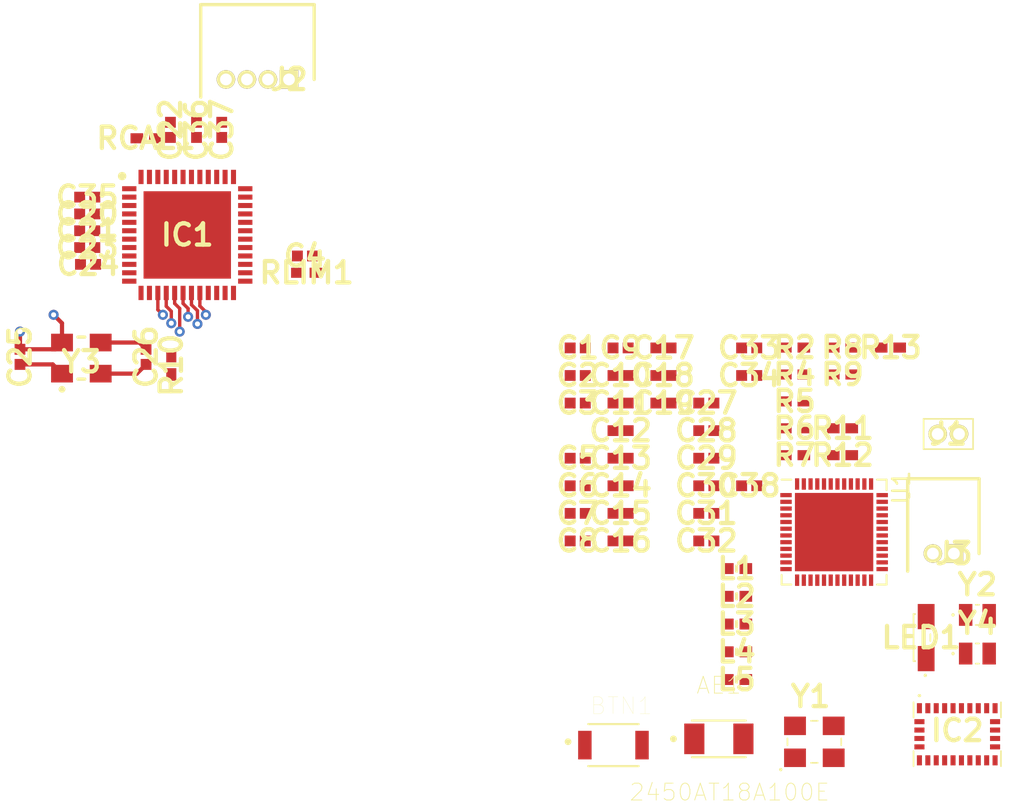
<source format=kicad_pcb>
(kicad_pcb (version 20241229) (generator "pcbnew") (generator_version "9.0")
  (layers (0 "F.Cu" signal) (4 "In1.Cu" power) (6 "In2.Cu" power) (2 "B.Cu" signal) (13 "F.Paste" user) (15 "B.Paste" user) (5 "F.SilkS" user) (7 "B.SilkS" user) (1 "F.Mask" user) (3 "B.Mask" user) (25 "Edge.Cuts" user))
  (net 0 "")
  (net 1 "Net-(AE1-Pad1)")
  (net 2 "AGND")
  (net 3 "HSE1")
  (net 4 "HSE2")
  (net 5 "LSE1")
  (net 6 "LSE2")
  (net 7 "SWDIO")
  (net 8 "SWDCLK")
  (net 9 "Net-(U1-P0.21{slash}~{RESET})")
  (net 10 "Net-(IC1-AIN3{slash}BUF_VREF1V8)")
  (net 11 "Net-(C1-Pad2)")
  (net 12 "Net-(IC1-AIN2)")
  (net 13 "Net-(C2-Pad2)")
  (net 14 "Net-(IC1-AIN1)")
  (net 15 "Net-(C3-Pad2)")
  (net 16 "Net-(C4-Pad1)")
  (net 17 "Net-(C4-Pad2)")
  (net 18 "Net-(IC1-AIN4{slash}LPF0)")
  (net 19 "Net-(U1-ANT)")
  (net 20 "Net-(U1-DEC1)")
  (net 21 "Net-(U1-DEC4)")
  (net 22 "Net-(U1-DEC3)")
  (net 23 "Net-(IC1-VREF_1V8)")
  (net 24 "Net-(IC1-VREF_2V5)")
  (net 25 "AD_CS")
  (net 26 "AD_SCLK")
  (net 27 "AD_MOSI")
  (net 28 "AD_MISO")
  (net 29 "Net-(IC1-AVDD_REG)")
  (net 30 "Net-(IC1-VBIAS_CAP)")
  (net 31 "Net-(IC1-VBIAS0)")
  (net 32 "Net-(IC1-VZERO0)")
  (net 33 "Net-(IC1-XTALI)")
  (net 34 "Net-(IC1-XTALO)")
  (net 35 "Net-(IC2-CAP)")
  (net 36 "Net-(U1-NFC2{slash}P0.10)")
  (net 37 "Net-(IC1-RC0_0)")
  (net 38 "Net-(IC1-RC0_1)")
  (net 39 "Net-(IC1-DVDD_REG_1V8)")
  (net 42 "Net-(L2-Pad2)")
  (net 44 "AVDD")
  (net 47 "Net-(IC1-RCAL1)")
  (net 49 "Net-(IC1-CE0)")
  (net 55 "Net-(IC1-RCAL0)")
  (net 60 "Net-(IC2-PS0)")
  (net 66 "XIN_IMU")
  (net 67 "XOUT_IMU")
  (net 68 "RESET_AD")
  (net 69 "RESET_IMU")
  (net 70 "INT_IMU")
  (net 71 "SCL_IMU")
  (net 72 "SDA_IMU")
  (net 73 "Net-(IC2-PS1)")
  (net 74 "Net-(IC2-COM3)")
  (net 75 "Net-(C33-Pad1)")
  (net 76 "Net-(C33-Pad2)")
  (net 79 "Net-(U1-DCC)")
  (net 80 "Net-(LED1-A)")
  (net 81 "Net-(U1-P0.26)")
  (net 99 "AD_INT")
  (net 100 "AD_GPIO1")
  (footprint "Volum:C_0402" (layer "F.Cu") (at 79.175 114.81)
    (property "Reference" "C7" (at 0 0 0) (layer "F.SilkS") (effects (font (size 1.27 1.27) (thickness 0.254))))
    (property "Value" "12p" (hide yes))
    (pad "1" smd rect (at -0.45 0 90) (size 0.64 0.65) (layers "F.Cu" "F.Mask" "F.Paste") (net 4 "HSE2"))
    (pad "2" smd rect (at 0.45 0 90) (size 0.64 0.65) (layers "F.Cu" "F.Mask" "F.Paste") (net 2 "AGND"))
  )
  (footprint "Volum:C_0402" (layer "F.Cu") (at 89.375 106.61)
    (property "Reference" "C34" (at 0 0 0) (layer "F.SilkS") (effects (font (size 1.27 1.27) (thickness 0.254))))
    (property "Value" "10n" (hide yes))
    (pad "1" smd rect (at -0.45 0 90) (size 0.64 0.65) (layers "F.Cu" "F.Mask" "F.Paste") (net 36 "Net-(U1-NFC2{slash}P0.10)"))
    (pad "2" smd rect (at 0.45 0 90) (size 0.64 0.65) (layers "F.Cu" "F.Mask" "F.Paste") (net 2 "AGND"))
  )
  (footprint "Volum:ECS32712512RCTR" (layer "F.Cu") (at 102.95 120.85)
    (property "Reference" "Y2" (at 0 -1.8 0) (layer "F.SilkS") (effects (font (size 1.27 1.27) (thickness 0.254))))
    (property "Value" "Crystal-2pin-32kHz" (hide yes))
    (pad "1" smd rect (at -0.7 0) (size 0.8 1.3) (layers "F.Cu" "F.Mask" "F.Paste") (net 66 "XIN_IMU"))
    (pad "2" smd rect (at 0.7 0) (size 0.8 1.3) (layers "F.Cu" "F.Mask" "F.Paste") (net 67 "XOUT_IMU"))
  )
  (footprint "Volum:C_0402" (layer "F.Cu") (at 81.725 108.25)
    (property "Reference" "C11" (at 0 0 0) (layer "F.SilkS") (effects (font (size 1.27 1.27) (thickness 0.254))))
    (property "Value" "100n" (hide yes))
    (pad "1" smd rect (at -0.45 0 90) (size 0.64 0.65) (layers "F.Cu" "F.Mask" "F.Paste") (net 44 "AVDD"))
    (pad "2" smd rect (at 0.45 0 90) (size 0.64 0.65) (layers "F.Cu" "F.Mask" "F.Paste") (net 2 "AGND"))
  )
  (footprint "Volum:SW_B3U-1000P" (layer "F.Cu") (at 81.3 128.595)
    (property "Reference" "BTN1" (at 0.475 -2.335 0) (layer "F.SilkS") (effects (font (thickness 0.015))))
    (property "Value" "B3U-1000P")
    (pad "1" smd rect (at -1.7 0) (size 0.8 1.7) (layers "F.Cu" "F.Mask" "F.Paste") (net 2 "AGND"))
    (pad "2" smd rect (at 1.7 0) (size 0.8 1.7) (layers "F.Cu" "F.Mask" "F.Paste") (net 9 "Net-(U1-P0.21{slash}~{RESET})"))
  )
  (footprint "Volum:C_0402" (layer "F.Cu") (at 89.375 113.17)
    (property "Reference" "C38" (at 0 0 0) (layer "F.SilkS") (effects (font (size 1.27 1.27) (thickness 0.254))))
    (property "Value" "470n" (hide yes))
    (pad "1" smd rect (at -0.45 0 90) (size 0.64 0.65) (layers "F.Cu" "F.Mask" "F.Paste") (net 39 "Net-(IC1-DVDD_REG_1V8)"))
    (pad "2" smd rect (at 0.45 0 90) (size 0.64 0.65) (layers "F.Cu" "F.Mask" "F.Paste") (net 2 "AGND"))
  )
  (footprint "Volum:VCDG1113F4BY3CTR" (layer "F.Cu") (at 100.15 122.2)
    (property "Reference" "LED1" (at -0.55 0 0) (layer "F.SilkS") (effects (font (size 1.27 1.27) (thickness 0.254))))
    (property "Value" "LEDGr_VCDG1113F-4BY3C-TR" (hide yes))
    (pad "1" smd rect (at -0.25 1.25) (size 1 1.5) (layers "F.Cu" "F.Mask" "F.Paste") (net 2 "AGND"))
    (pad "2" smd rect (at -0.25 -1.25) (size 1 1.5) (layers "F.Cu" "F.Mask" "F.Paste") (net 80 "Net-(LED1-A)"))
  )
  (footprint "Volum:C_0402" (layer "F.Cu") (at 79.175 108.25)
    (property "Reference" "C3" (at 0 0 0) (layer "F.SilkS") (effects (font (size 1.27 1.27) (thickness 0.254))))
    (property "Value" "470n" (hide yes))
    (pad "1" smd rect (at -0.45 0 90) (size 0.64 0.65) (layers "F.Cu" "F.Mask" "F.Paste") (net 14 "Net-(IC1-AIN1)"))
    (pad "2" smd rect (at 0.45 0 90) (size 0.64 0.65) (layers "F.Cu" "F.Mask" "F.Paste") (net 15 "Net-(C3-Pad2)"))
  )
  (footprint "Volum:C_0402" (layer "F.Cu") (at 50 98)
    (property "Reference" "C21" (at 0 0 0) (layer "F.SilkS") (effects (font (size 1.27 1.27) (thickness 0.254))))
    (property "Value" "470n" (hide yes))
    (pad "1" smd rect (at -0.45 0 90) (size 0.64 0.65) (layers "F.Cu" "F.Mask" "F.Paste") (net 29 "Net-(IC1-AVDD_REG)"))
    (pad "2" smd rect (at 0.45 0 90) (size 0.64 0.65) (layers "F.Cu" "F.Mask" "F.Paste") (net 2 "AGND"))
  )
  (footprint "Wearable:ABM810000MHZ12D2W" (layer "F.Cu") (at 49.65 105.575)
    (property "Reference" "Y3" (at 0 0.218 0) (layer "F.SilkS") (effects (font (size 1.27 1.27) (thickness 0.254))))
    (property "Value" "Crystal_16M-7pF" (hide yes))
    (pad "1" smd rect (at -1.15 0.925 90) (size 1.05 1.3) (layers "F.Cu" "F.Mask" "F.Paste") (net 33 "Net-(IC1-XTALI)"))
    (pad "2" smd rect (at 1.15 0.925 90) (size 1.05 1.3) (layers "F.Cu" "F.Mask" "F.Paste") (net 2 "AGND"))
    (pad "3" smd rect (at 1.15 -0.925 90) (size 1.05 1.3) (layers "F.Cu" "F.Mask" "F.Paste") (net 34 "Net-(IC1-XTALO)"))
    (pad "4" smd rect (at -1.15 -0.925 90) (size 1.05 1.3) (layers "F.Cu" "F.Mask" "F.Paste") (net 2 "AGND"))
  )
  (footprint "Volum:C_0402" (layer "F.Cu") (at 50 96)
    (property "Reference" "C35" (at 0 0 0) (layer "F.SilkS") (effects (font (size 1.27 1.27) (thickness 0.254))))
    (property "Value" "220p" (hide yes))
    (pad "1" smd rect (at -0.45 0 90) (size 0.64 0.65) (layers "F.Cu" "F.Mask" "F.Paste") (net 38 "Net-(IC1-RC0_1)"))
    (pad "2" smd rect (at 0.45 0 90) (size 0.64 0.65) (layers "F.Cu" "F.Mask" "F.Paste") (net 37 "Net-(IC1-RC0_0)"))
  )
  (footprint "Volum:R_0402" (layer "F.Cu") (at 92.075 106.55)
    (property "Reference" "R4" (at 0 0 0) (layer "F.SilkS") (effects (font (size 1.27 1.27) (thickness 0.254))))
    (property "Value" "10k" (hide yes))
    (pad "1" smd rect (at -0.55 0 90) (size 0.6 0.75) (layers "F.Cu" "F.Mask" "F.Paste") (net 2 "AGND"))
    (pad "2" smd rect (at 0.55 0 90) (size 0.6 0.75) (layers "F.Cu" "F.Mask" "F.Paste") (net 73 "Net-(IC2-PS1)"))
  )
  (footprint "Volum:C_0402" (layer "F.Cu") (at 58 92 -90)
    (property "Reference" "C37" (at 0 0 90) (layer "F.SilkS") (effects (font (size 1.27 1.27) (thickness 0.254))))
    (property "Value" "100n" (hide yes))
    (pad "1" smd rect (at -0.45 0) (size 0.64 0.65) (layers "F.Cu" "F.Mask" "F.Paste") (net 44 "AVDD"))
    (pad "2" smd rect (at 0.45 0) (size 0.64 0.65) (layers "F.Cu" "F.Mask" "F.Paste") (net 2 "AGND"))
  )
  (footprint "Volum:C_0402" (layer "F.Cu") (at 81.725 113.17)
    (property "Reference" "C14" (at 0 0 0) (layer "F.SilkS") (effects (font (size 1.27 1.27) (thickness 0.254))))
    (property "Value" "100n" (hide yes))
    (pad "1" smd rect (at -0.45 0 90) (size 0.64 0.65) (layers "F.Cu" "F.Mask" "F.Paste") (net 20 "Net-(U1-DEC1)"))
    (pad "2" smd rect (at 0.45 0 90) (size 0.64 0.65) (layers "F.Cu" "F.Mask" "F.Paste") (net 2 "AGND"))
  )
  (footprint "Volum:C_0402" (layer "F.Cu") (at 81.725 111.53)
    (property "Reference" "C13" (at 0 0 0) (layer "F.SilkS") (effects (font (size 1.27 1.27) (thickness 0.254))))
    (property "Value" "100n" (hide yes))
    (pad "1" smd rect (at -0.45 0 90) (size 0.64 0.65) (layers "F.Cu" "F.Mask" "F.Paste") (net 44 "AVDD"))
    (pad "2" smd rect (at 0.45 0 90) (size 0.64 0.65) (layers "F.Cu" "F.Mask" "F.Paste") (net 2 "AGND"))
  )
  (footprint "Volum:C_0402" (layer "F.Cu") (at 50.05 100)
    (property "Reference" "C24" (at 0 0 0) (layer "F.SilkS") (effects (font (size 1.27 1.27) (thickness 0.254))))
    (property "Value" "1u" (hide yes))
    (pad "1" smd rect (at -0.45 0 90) (size 0.64 0.65) (layers "F.Cu" "F.Mask" "F.Paste") (net 32 "Net-(IC1-VZERO0)"))
    (pad "2" smd rect (at 0.45 0 90) (size 0.64 0.65) (layers "F.Cu" "F.Mask" "F.Paste") (net 2 "AGND"))
  )
  (footprint "Volum:C_0402" (layer "F.Cu") (at 84.275 106.61)
    (property "Reference" "C18" (at 0 0 0) (layer "F.SilkS") (effects (font (size 1.27 1.27) (thickness 0.254))))
    (property "Value" "4.7u" (hide yes))
    (pad "1" smd rect (at -0.45 0 90) (size 0.64 0.65) (layers "F.Cu" "F.Mask" "F.Paste") (net 23 "Net-(IC1-VREF_1V8)"))
    (pad "2" smd rect (at 0.45 0 90) (size 0.64 0.65) (layers "F.Cu" "F.Mask" "F.Paste") (net 2 "AGND"))
  )
  (footprint "Volum:R_0402" (layer "F.Cu") (at 92.075 104.95)
    (property "Reference" "R2" (at 0 0 0) (layer "F.SilkS") (effects (font (size 1.27 1.27) (thickness 0.254))))
    (property "Value" "10k" (hide yes))
    (pad "1" smd rect (at -0.55 0 90) (size 0.6 0.75) (layers "F.Cu" "F.Mask" "F.Paste") (net 44 "AVDD"))
    (pad "2" smd rect (at 0.55 0 90) (size 0.6 0.75) (layers "F.Cu" "F.Mask" "F.Paste") (net 9 "Net-(U1-P0.21{slash}~{RESET})"))
  )
  (footprint "Volum:R_0402" (layer "F.Cu") (at 53.5 92.5)
    (property "Reference" "RCAL1" (at 0 0 0) (layer "F.SilkS") (effects (font (size 1.27 1.27) (thickness 0.254))))
    (property "Value" "200" (hide yes))
    (pad "1" smd rect (at -0.55 0 90) (size 0.6 0.75) (layers "F.Cu" "F.Mask" "F.Paste") (net 55 "Net-(IC1-RCAL0)"))
    (pad "2" smd rect (at 0.55 0 90) (size 0.6 0.75) (layers "F.Cu" "F.Mask" "F.Paste") (net 47 "Net-(IC1-RCAL1)"))
  )
  (footprint "Volum:C_0402" (layer "F.Cu") (at 81.725 114.81)
    (property "Reference" "C15" (at 0 0 0) (layer "F.SilkS") (effects (font (size 1.27 1.27) (thickness 0.254))))
    (property "Value" "1u" (hide yes))
    (pad "1" smd rect (at -0.45 0 90) (size 0.64 0.65) (layers "F.Cu" "F.Mask" "F.Paste") (net 21 "Net-(U1-DEC4)"))
    (pad "2" smd rect (at 0.45 0 90) (size 0.64 0.65) (layers "F.Cu" "F.Mask" "F.Paste") (net 2 "AGND"))
  )
  (footprint "Volum:L_0402" (layer "F.Cu") (at 88.625 121.395)
    (property "Reference" "L3" (at 0 0 0) (layer "F.SilkS") (effects (font (size 1.27 1.27) (thickness 0.254))))
    (property "Value" "10u" (hide yes))
    (pad "1" smd rect (at -0.55 0 90) (size 0.65 0.75) (layers "F.Cu" "F.Mask" "F.Paste") (net 42 "Net-(L2-Pad2)"))
    (pad "2" smd rect (at 0.55 0 90) (size 0.65 0.75) (layers "F.Cu" "F.Mask" "F.Paste") (net 79 "Net-(U1-DCC)"))
  )
  (footprint "Volum:C_0402" (layer "F.Cu") (at 54.95 92 -90)
    (property "Reference" "C22" (at 0 0 90) (layer "F.SilkS") (effects (font (size 1.27 1.27) (thickness 0.254))))
    (property "Value" "470n" (hide yes))
    (pad "1" smd rect (at -0.45 0) (size 0.64 0.65) (layers "F.Cu" "F.Mask" "F.Paste") (net 2 "AGND"))
    (pad "2" smd rect (at 0.45 0) (size 0.64 0.65) (layers "F.Cu" "F.Mask" "F.Paste") (net 30 "Net-(IC1-VBIAS_CAP)"))
  )
  (footprint "Volum:C_0402" (layer "F.Cu") (at 79.175 104.97)
    (property "Reference" "C1" (at 0 0 0) (layer "F.SilkS") (effects (font (size 1.27 1.27) (thickness 0.254))))
    (property "Value" "470n" (hide yes))
    (pad "1" smd rect (at -0.45 0 90) (size 0.64 0.65) (layers "F.Cu" "F.Mask" "F.Paste") (net 10 "Net-(IC1-AIN3{slash}BUF_VREF1V8)"))
    (pad "2" smd rect (at 0.45 0 90) (size 0.64 0.65) (layers "F.Cu" "F.Mask" "F.Paste") (net 11 "Net-(C1-Pad2)"))
  )
  (footprint "Volum:C_0402" (layer "F.Cu") (at 89.375 104.97)
    (property "Reference" "C33" (at 0 0 0) (layer "F.SilkS") (effects (font (size 1.27 1.27) (thickness 0.254))))
    (property "Value" "2.2p" (hide yes))
    (pad "1" smd rect (at -0.45 0 90) (size 0.64 0.65) (layers "F.Cu" "F.Mask" "F.Paste") (net 75 "Net-(C33-Pad1)"))
    (pad "2" smd rect (at 0.45 0 90) (size 0.64 0.65) (layers "F.Cu" "F.Mask" "F.Paste") (net 76 "Net-(C33-Pad2)"))
  )
  (footprint "Volum:C_0402" (layer "F.Cu") (at 86.825 113.17)
    (property "Reference" "C30" (at 0 0 0) (layer "F.SilkS") (effects (font (size 1.27 1.27) (thickness 0.254))))
    (property "Value" "12p" (hide yes))
    (pad "1" smd rect (at -0.45 0 90) (size 0.64 0.65) (layers "F.Cu" "F.Mask" "F.Paste") (net 67 "XOUT_IMU"))
    (pad "2" smd rect (at 0.45 0 90) (size 0.64 0.65) (layers "F.Cu" "F.Mask" "F.Paste") (net 2 "AGND"))
  )
  (footprint "Volum:C_0402" (layer "F.Cu") (at 79.175 113.17)
    (property "Reference" "C6" (at 0 0 0) (layer "F.SilkS") (effects (font (size 1.27 1.27) (thickness 0.254))))
    (property "Value" "12p" (hide yes))
    (pad "1" smd rect (at -0.45 0 90) (size 0.64 0.65) (layers "F.Cu" "F.Mask" "F.Paste") (net 3 "HSE1"))
    (pad "2" smd rect (at 0.45 0 90) (size 0.64 0.65) (layers "F.Cu" "F.Mask" "F.Paste") (net 2 "AGND"))
  )
  (footprint "Volum:L_0402" (layer "F.Cu") (at 88.625 118.095)
    (property "Reference" "L1" (at 0 0 0) (layer "F.SilkS") (effects (font (size 1.27 1.27) (thickness 0.254))))
    (property "Value" "3.9n" (hide yes))
    (pad "1" smd rect (at -0.55 0 90) (size 0.65 0.75) (layers "F.Cu" "F.Mask" "F.Paste") (net 75 "Net-(C33-Pad1)"))
    (pad "2" smd rect (at 0.55 0 90) (size 0.65 0.75) (layers "F.Cu" "F.Mask" "F.Paste") (net 19 "Net-(U1-ANT)"))
  )
  (footprint "Volum:C_0402" (layer "F.Cu") (at 86.825 116.45)
    (property "Reference" "C32" (at 0 0 0) (layer "F.SilkS") (effects (font (size 1.27 1.27) (thickness 0.254))))
    (property "Value" "100n" (hide yes))
    (pad "1" smd rect (at -0.45 0 90) (size 0.64 0.65) (layers "F.Cu" "F.Mask" "F.Paste") (net 44 "AVDD"))
    (pad "2" smd rect (at 0.45 0 90) (size 0.64 0.65) (layers "F.Cu" "F.Mask" "F.Paste") (net 2 "AGND"))
  )
  (footprint "Volum:C_0402" (layer "F.Cu") (at 53.5 105.5 -90)
    (property "Reference" "C26" (at 0 0 90) (layer "F.SilkS") (effects (font (size 1.27 1.27) (thickness 0.254))))
    (property "Value" "6.8p" (hide yes))
    (pad "1" smd rect (at -0.45 0) (size 0.64 0.65) (layers "F.Cu" "F.Mask" "F.Paste") (net 34 "Net-(IC1-XTALO)"))
    (pad "2" smd rect (at 0.45 0) (size 0.64 0.65) (layers "F.Cu" "F.Mask" "F.Paste") (net 2 "AGND"))
  )
  (footprint "Volum:C_0402" (layer "F.Cu") (at 81.725 109.89)
    (property "Reference" "C12" (at 0 0 0) (layer "F.SilkS") (effects (font (size 1.27 1.27) (thickness 0.254))))
    (property "Value" "0.8p" (hide yes))
    (pad "1" smd rect (at -0.45 0 90) (size 0.64 0.65) (layers "F.Cu" "F.Mask" "F.Paste") (net 19 "Net-(U1-ANT)"))
    (pad "2" smd rect (at 0.45 0 90) (size 0.64 0.65) (layers "F.Cu" "F.Mask" "F.Paste") (net 2 "AGND"))
  )
  (footprint "Volum:C_0402" (layer "F.Cu") (at 81.725 116.45)
    (property "Reference" "C16" (at 0 0 0) (layer "F.SilkS") (effects (font (size 1.27 1.27) (thickness 0.254))))
    (property "Value" "100p" (hide yes))
    (pad "1" smd rect (at -0.45 0 90) (size 0.64 0.65) (layers "F.Cu" "F.Mask" "F.Paste") (net 22 "Net-(U1-DEC3)"))
    (pad "2" smd rect (at 0.45 0 90) (size 0.64 0.65) (layers "F.Cu" "F.Mask" "F.Paste") (net 2 "AGND"))
  )
  (footprint "Volum:C_0402" (layer "F.Cu") (at 81.725 104.97)
    (property "Reference" "C9" (at 0 0 0) (layer "F.SilkS") (effects (font (size 1.27 1.27) (thickness 0.254))))
    (property "Value" "12p" (hide yes))
    (pad "1" smd rect (at -0.45 0 90) (size 0.64 0.65) (layers "F.Cu" "F.Mask" "F.Paste") (net 6 "LSE2"))
    (pad "2" smd rect (at 0.45 0 90) (size 0.64 0.65) (layers "F.Cu" "F.Mask" "F.Paste") (net 2 "AGND"))
  )
  (footprint "Volum:R_0402" (layer "F.Cu") (at 92.075 108.15)
    (property "Reference" "R5" (at 0 0 0) (layer "F.SilkS") (effects (font (size 1.27 1.27) (thickness 0.254))))
    (property "Value" "10k" (hide yes))
    (pad "1" smd rect (at -0.55 0 90) (size 0.6 0.75) (layers "F.Cu" "F.Mask" "F.Paste") (net 2 "AGND"))
    (pad "2" smd rect (at 0.55 0 90) (size 0.6 0.75) (layers "F.Cu" "F.Mask" "F.Paste") (net 60 "Net-(IC2-PS0)"))
  )
  (footprint "Volum:QFN-48-1EP_6x6mm_Pitch0.4mm" (layer "F.Cu") (at 94.425 115.925)
    (property "Reference" "U1" (at 4 -2.65 90) (layer "F.SilkS"))
    (property "Value" "nRF52832-QFAA-MCU_Nordic")
    (pad "1" smd rect (at -2.86 -2.2) (size 0.68 0.25) (layers "F.Cu" "F.Mask" "F.Paste") (net 20 "Net-(U1-DEC1)"))
    (pad "2" smd rect (at -2.86 -1.8) (size 0.68 0.25) (layers "F.Cu" "F.Mask" "F.Paste") (net 5 "LSE1"))
    (pad "3" smd rect (at -2.86 -1.4) (size 0.68 0.25) (layers "F.Cu" "F.Mask" "F.Paste") (net 6 "LSE2"))
    (pad "4" smd rect (at -2.86 -1) (size 0.68 0.25) (layers "F.Cu" "F.Mask" "F.Paste") (net 68 "RESET_AD"))
    (pad "5" smd rect (at -2.86 -0.6) (size 0.68 0.25) (layers "F.Cu" "F.Mask" "F.Paste") (net 100 "AD_GPIO1"))
    (pad "6" smd rect (at -2.86 -0.2) (size 0.68 0.25) (layers "F.Cu" "F.Mask" "F.Paste") (net 99 "AD_INT"))
    (pad "7" smd rect (at -2.86 0.2) (size 0.68 0.25) (layers "F.Cu" "F.Mask" "F.Paste") (net 28 "AD_MISO"))
    (pad "8" smd rect (at -2.86 0.6) (size 0.68 0.25) (layers "F.Cu" "F.Mask" "F.Paste") (net 27 "AD_MOSI"))
    (pad "9" smd rect (at -2.86 1) (size 0.68 0.25) (layers "F.Cu" "F.Mask" "F.Paste"))
    (pad "10" smd rect (at -2.86 1.4) (size 0.68 0.25) (layers "F.Cu" "F.Mask" "F.Paste") (net 26 "AD_SCLK"))
    (pad "11" smd rect (at -2.86 1.8) (size 0.68 0.25) (layers "F.Cu" "F.Mask" "F.Paste") (net 25 "AD_CS"))
    (pad "12" smd rect (at -2.86 2.2) (size 0.68 0.25) (layers "F.Cu" "F.Mask" "F.Paste") (net 36 "Net-(U1-NFC2{slash}P0.10)"))
    (pad "13" smd rect (at -2.2 2.86) (size 0.25 0.68) (layers "F.Cu" "F.Mask" "F.Paste") (net 44 "AVDD"))
    (pad "14" smd rect (at -1.8 2.86) (size 0.25 0.68) (layers "F.Cu" "F.Mask" "F.Paste"))
    (pad "15" smd rect (at -1.4 2.86) (size 0.25 0.68) (layers "F.Cu" "F.Mask" "F.Paste"))
    (pad "16" smd rect (at -1 2.86) (size 0.25 0.68) (layers "F.Cu" "F.Mask" "F.Paste") (net 72 "SDA_IMU"))
    (pad "17" smd rect (at -0.6 2.86) (size 0.25 0.68) (layers "F.Cu" "F.Mask" "F.Paste") (net 71 "SCL_IMU"))
    (pad "18" smd rect (at -0.2 2.86) (size 0.25 0.68) (layers "F.Cu" "F.Mask" "F.Paste"))
    (pad "19" smd rect (at 0.2 2.86) (size 0.25 0.68) (layers "F.Cu" "F.Mask" "F.Paste"))
    (pad "20" smd rect (at 0.6 2.86) (size 0.25 0.68) (layers "F.Cu" "F.Mask" "F.Paste") (net 70 "INT_IMU"))
    (pad "21" smd rect (at 1 2.86) (size 0.25 0.68) (layers "F.Cu" "F.Mask" "F.Paste") (net 69 "RESET_IMU"))
    (pad "22" smd rect (at 1.4 2.86) (size 0.25 0.68) (layers "F.Cu" "F.Mask" "F.Paste"))
    (pad "23" smd rect (at 1.8 2.86) (size 0.25 0.68) (layers "F.Cu" "F.Mask" "F.Paste"))
    (pad "24" smd rect (at 2.2 2.86) (size 0.25 0.68) (layers "F.Cu" "F.Mask" "F.Paste") (net 9 "Net-(U1-P0.21{slash}~{RESET})"))
    (pad "25" smd rect (at 2.86 2.2) (size 0.68 0.25) (layers "F.Cu" "F.Mask" "F.Paste") (net 8 "SWDCLK"))
    (pad "26" smd rect (at 2.86 1.8) (size 0.68 0.25) (layers "F.Cu" "F.Mask" "F.Paste") (net 7 "SWDIO"))
    (pad "27" smd rect (at 2.86 1.4) (size 0.68 0.25) (layers "F.Cu" "F.Mask" "F.Paste"))
    (pad "28" smd rect (at 2.86 1) (size 0.68 0.25) (layers "F.Cu" "F.Mask" "F.Paste"))
    (pad "29" smd rect (at 2.86 0.6) (size 0.68 0.25) (layers "F.Cu" "F.Mask" "F.Paste"))
    (pad "30" smd rect (at 2.86 0.2) (size 0.68 0.25) (layers "F.Cu" "F.Mask" "F.Paste") (net 19 "Net-(U1-ANT)"))
    (pad "31" smd rect (at 2.86 -0.2) (size 0.68 0.25) (layers "F.Cu" "F.Mask" "F.Paste") (net 2 "AGND"))
    (pad "32" smd rect (at 2.86 -0.6) (size 0.68 0.25) (layers "F.Cu" "F.Mask" "F.Paste"))
    (pad "33" smd rect (at 2.86 -1) (size 0.68 0.25) (layers "F.Cu" "F.Mask" "F.Paste") (net 22 "Net-(U1-DEC3)"))
    (pad "34" smd rect (at 2.86 -1.4) (size 0.68 0.25) (layers "F.Cu" "F.Mask" "F.Paste") (net 3 "HSE1"))
    (pad "35" smd rect (at 2.86 -1.8) (size 0.68 0.25) (layers "F.Cu" "F.Mask" "F.Paste") (net 4 "HSE2"))
    (pad "36" smd rect (at 2.86 -2.2) (size 0.68 0.25) (layers "F.Cu" "F.Mask" "F.Paste") (net 44 "AVDD"))
    (pad "37" smd rect (at 2.2 -2.86) (size 0.25 0.68) (layers "F.Cu" "F.Mask" "F.Paste"))
    (pad "38" smd rect (at 1.8 -2.86) (size 0.25 0.68) (layers "F.Cu" "F.Mask" "F.Paste") (net 81 "Net-(U1-P0.26)"))
    (pad "39" smd rect (at 1.4 -2.86) (size 0.25 0.68) (layers "F.Cu" "F.Mask" "F.Paste"))
    (pad "40" smd rect (at 1 -2.86) (size 0.25 0.68) (layers "F.Cu" "F.Mask" "F.Paste"))
    (pad "41" smd rect (at 0.6 -2.86) (size 0.25 0.68) (layers "F.Cu" "F.Mask" "F.Paste"))
    (pad "42" smd rect (at 0.2 -2.86) (size 0.25 0.68) (layers "F.Cu" "F.Mask" "F.Paste"))
    (pad "43" smd rect (at -0.2 -2.86) (size 0.25 0.68) (layers "F.Cu" "F.Mask" "F.Paste"))
    (pad "44" smd rect (at -0.6 -2.86) (size 0.25 0.68) (layers "F.Cu" "F.Mask" "F.Paste"))
    (pad "45" smd rect (at -1 -2.86) (size 0.25 0.68) (layers "F.Cu" "F.Mask" "F.Paste") (net 2 "AGND"))
    (pad "46" smd rect (at -1.4 -2.86) (size 0.25 0.68) (layers "F.Cu" "F.Mask" "F.Paste") (net 21 "Net-(U1-DEC4)"))
    (pad "47" smd rect (at -1.8 -2.86) (size 0.25 0.68) (layers "F.Cu" "F.Mask" "F.Paste") (net 79 "Net-(U1-DCC)"))
    (pad "48" smd rect (at -2.2 -2.86) (size 0.25 0.68) (layers "F.Cu" "F.Mask" "F.Paste") (net 44 "AVDD"))
    (pad "49" smd rect (at 0 0) (size 4.66 4.66) (layers "F.Cu" "F.Mask") (net 2 "AGND"))
  )
  (footprint "Volum:R_0402" (layer "F.Cu") (at 92.075 111.35)
    (property "Reference" "R7" (at 0 0 0) (layer "F.SilkS") (effects (font (size 1.27 1.27) (thickness 0.254))))
    (property "Value" "10k" (hide yes))
    (pad "1" smd rect (at -0.55 0 90) (size 0.6 0.75) (layers "F.Cu" "F.Mask" "F.Paste") (net 44 "AVDD"))
    (pad "2" smd rect (at 0.55 0 90) (size 0.6 0.75) (layers "F.Cu" "F.Mask" "F.Paste") (net 72 "SDA_IMU"))
  )
  (footprint "Volum:C_0402" (layer "F.Cu") (at 50 99)
    (property "Reference" "C23" (at 0 0 0) (layer "F.SilkS") (effects (font (size 1.27 1.27) (thickness 0.254))))
    (property "Value" "100n" (hide yes))
    (pad "1" smd rect (at -0.45 0 90) (size 0.64 0.65) (layers "F.Cu" "F.Mask" "F.Paste") (net 31 "Net-(IC1-VBIAS0)"))
    (pad "2" smd rect (at 0.45 0 90) (size 0.64 0.65) (layers "F.Cu" "F.Mask" "F.Paste") (net 2 "AGND"))
  )
  (footprint "Volum:L_0402" (layer "F.Cu") (at 88.625 123.045)
    (property "Reference" "L4" (at 0 0 0) (layer "F.SilkS") (effects (font (size 1.27 1.27) (thickness 0.254))))
    (property "Value" "3.9n" (hide yes))
    (pad "1" smd rect (at -0.55 0 90) (size 0.65 0.75) (layers "F.Cu" "F.Mask" "F.Paste") (net 1 "Net-(AE1-Pad1)"))
    (pad "2" smd rect (at 0.55 0 90) (size 0.65 0.75) (layers "F.Cu" "F.Mask" "F.Paste") (net 76 "Net-(C33-Pad2)"))
  )
  (footprint "Volum:ECS320833B7KMTR" (layer "F.Cu") (at 93.25 128.4)
    (property "Reference" "Y1" (at -0.225 -2.7 0) (layer "F.SilkS") (effects (font (size 1.27 1.27) (thickness 0.254))))
    (property "Value" "Crystal_32MHz" (hide yes))
    (pad "1" smd rect (at -1.15 0.95 90) (size 1.1 1.3) (layers "F.Cu" "F.Mask" "F.Paste") (net 3 "HSE1"))
    (pad "2" smd rect (at 1.15 0.95 90) (size 1.1 1.3) (layers "F.Cu" "F.Mask" "F.Paste") (net 2 "AGND"))
    (pad "3" smd rect (at 1.15 -0.95 90) (size 1.1 1.3) (layers "F.Cu" "F.Mask" "F.Paste") (net 4 "HSE2"))
    (pad "4" smd rect (at -1.15 -0.95 90) (size 1.1 1.3) (layers "F.Cu" "F.Mask" "F.Paste") (net 2 "AGND"))
  )
  (footprint "Volum:SHDRRA2W35P0X125_1X2_425X550X350P" (layer "F.Cu") (at 101.55 117.2)
    (property "Reference" "J3" (at 0 0 0) (layer "F.SilkS") (effects (font (size 1.27 1.27) (thickness 0.254))))
    (property "Value" "53048-0210" (hide yes))
    (pad "1" thru_hole rect (at 0 0 90) (size 1.1 1.1) (drill 0.7) (layers "*.Cu" "*.Mask" "F.SilkS") (net 2 "AGND"))
    (pad "2" thru_hole circle (at -1.25 0 90) (size 1.1 1.1) (drill 0.7) (layers "*.Cu" "*.Mask" "F.SilkS") (net 44 "AVDD"))
  )
  (footprint "Volum:C_0402" (layer "F.Cu") (at 86.825 108.25)
    (property "Reference" "C27" (at 0 0 0) (layer "F.SilkS") (effects (font (size 1.27 1.27) (thickness 0.254))))
    (property "Value" "100n" (hide yes))
    (pad "1" smd rect (at -0.45 0 90) (size 0.64 0.65) (layers "F.Cu" "F.Mask" "F.Paste") (net 44 "AVDD"))
    (pad "2" smd rect (at 0.45 0 90) (size 0.64 0.65) (layers "F.Cu" "F.Mask" "F.Paste") (net 2 "AGND"))
  )
  (footprint "Volum:C_0402" (layer "F.Cu") (at 86.825 109.89)
    (property "Reference" "C28" (at 0 0 0) (layer "F.SilkS") (effects (font (size 1.27 1.27) (thickness 0.254))))
    (property "Value" "100n" (hide yes))
    (pad "1" smd rect (at -0.45 0 90) (size 0.64 0.65) (layers "F.Cu" "F.Mask" "F.Paste") (net 35 "Net-(IC2-CAP)"))
    (pad "2" smd rect (at 0.45 0 90) (size 0.64 0.65) (layers "F.Cu" "F.Mask" "F.Paste") (net 2 "AGND"))
  )
  (footprint "Volum:C_0402" (layer "F.Cu") (at 86.825 111.53)
    (property "Reference" "C29" (at 0 0 0) (layer "F.SilkS") (effects (font (size 1.27 1.27) (thickness 0.254))))
    (property "Value" "12p" (hide yes))
    (pad "1" smd rect (at -0.45 0 90) (size 0.64 0.65) (layers "F.Cu" "F.Mask" "F.Paste") (net 66 "XIN_IMU"))
    (pad "2" smd rect (at 0.45 0 90) (size 0.64 0.65) (layers "F.Cu" "F.Mask" "F.Paste") (net 2 "AGND"))
  )
  (footprint "Volum:C_0402" (layer "F.Cu") (at 84.275 108.25)
    (property "Reference" "C19" (at 0 0 0) (layer "F.SilkS") (effects (font (size 1.27 1.27) (thickness 0.254))))
    (property "Value" "100n" (hide yes))
    (pad "1" smd rect (at -0.45 0 90) (size 0.64 0.65) (layers "F.Cu" "F.Mask" "F.Paste") (net 44 "AVDD"))
    (pad "2" smd rect (at 0.45 0 90) (size 0.64 0.65) (layers "F.Cu" "F.Mask" "F.Paste") (net 2 "AGND"))
  )
  (footprint "Volum:Molex_PicoBlade_53048-0450" (layer "F.Cu") (at 62 89)
    (property "Reference" "J2" (at 0 0 0) (layer "F.SilkS") (effects (font (size 1.27 1.27) (thickness 0.254))))
    (property "Value" "53048-0450" (hide yes))
    (pad "1" thru_hole rect (at 0 0 90) (size 1.1 1.1) (drill 0.7) (layers "*.Cu" "*.Mask" "F.SilkS") (net 17 "Net-(C4-Pad2)"))
    (pad "2" thru_hole circle (at -1.25 0 90) (size 1.1 1.1) (drill 0.7) (layers "*.Cu" "*.Mask" "F.SilkS") (net 15 "Net-(C3-Pad2)"))
    (pad "3" thru_hole circle (at -2.5 0 90) (size 1.1 1.1) (drill 0.7) (layers "*.Cu" "*.Mask" "F.SilkS") (net 13 "Net-(C2-Pad2)"))
    (pad "4" thru_hole circle (at -3.75 0 90) (size 1.1 1.1) (drill 0.7) (layers "*.Cu" "*.Mask" "F.SilkS") (net 11 "Net-(C1-Pad2)"))
  )
  (footprint "Volum:C_0402" (layer "F.Cu") (at 79.175 116.45)
    (property "Reference" "C8" (at 0 0 0) (layer "F.SilkS") (effects (font (size 1.27 1.27) (thickness 0.254))))
    (property "Value" "12p" (hide yes))
    (pad "1" smd rect (at -0.45 0 90) (size 0.64 0.65) (layers "F.Cu" "F.Mask" "F.Paste") (net 5 "LSE1"))
    (pad "2" smd rect (at 0.45 0 90) (size 0.64 0.65) (layers "F.Cu" "F.Mask" "F.Paste") (net 2 "AGND"))
  )
  (footprint "Volum:R_0402" (layer "F.Cu") (at 94.925 104.95)
    (property "Reference" "R8" (at 0 0 0) (layer "F.SilkS") (effects (font (size 1.27 1.27) (thickness 0.254))))
    (property "Value" "10k" (hide yes))
    (pad "1" smd rect (at -0.55 0 90) (size 0.6 0.75) (layers "F.Cu" "F.Mask" "F.Paste") (net 44 "AVDD"))
    (pad "2" smd rect (at 0.55 0 90) (size 0.6 0.75) (layers "F.Cu" "F.Mask" "F.Paste") (net 71 "SCL_IMU"))
  )
  (footprint "Volum:R_0402" (layer "F.Cu") (at 97.775 104.95)
    (property "Reference" "R13" (at 0 0 0) (layer "F.SilkS") (effects (font (size 1.27 1.27) (thickness 0.254))))
    (property "Value" "10M" (hide yes))
    (pad "1" smd rect (at -0.55 0 90) (size 0.6 0.75) (layers "F.Cu" "F.Mask" "F.Paste") (net 36 "Net-(U1-NFC2{slash}P0.10)"))
    (pad "2" smd rect (at 0.55 0 90) (size 0.6 0.75) (layers "F.Cu" "F.Mask" "F.Paste") (net 2 "AGND"))
  )
  (footprint "Volum:L_0402" (layer "F.Cu") (at 88.625 124.695)
    (property "Reference" "L5" (at 0 0 0) (layer "F.SilkS") (effects (font (size 1.27 1.27) (thickness 0.254))))
    (property "Value" "DNC" (hide yes))
    (pad "1" smd rect (at -0.55 0 90) (size 0.65 0.75) (layers "F.Cu" "F.Mask" "F.Paste") (net 76 "Net-(C33-Pad2)"))
    (pad "2" smd rect (at 0.55 0 90) (size 0.65 0.75) (layers "F.Cu" "F.Mask" "F.Paste") (net 2 "AGND"))
  )
  (footprint "Volum:BNO055" (layer "F.Cu") (at 101.75 127.95)
    (property "Reference" "IC2" (at 0 -0.225 0) (layer "F.SilkS") (effects (font (size 1.27 1.27) (thickness 0.254))))
    (property "Value" "BNO055" (hide yes))
    (pad "1" smd rect (at -2.25 -1.55) (size 0.3 0.6) (layers "F.Cu" "F.Mask" "F.Paste"))
    (pad "2" smd rect (at -2.25 -0.75 90) (size 0.3 0.6) (layers "F.Cu" "F.Mask" "F.Paste") (net 2 "AGND"))
    (pad "3" smd rect (at -2.25 -0.25 90) (size 0.3 0.6) (layers "F.Cu" "F.Mask" "F.Paste") (net 44 "AVDD"))
    (pad "4" smd rect (at -2.25 0.25 90) (size 0.3 0.6) (layers "F.Cu" "F.Mask" "F.Paste") (net 44 "AVDD"))
    (pad "5" smd rect (at -2.25 0.75 90) (size 0.3 0.6) (layers "F.Cu" "F.Mask" "F.Paste") (net 73 "Net-(IC2-PS1)"))
    (pad "6" smd rect (at -2.25 1.55) (size 0.3 0.6) (layers "F.Cu" "F.Mask" "F.Paste") (net 60 "Net-(IC2-PS0)"))
    (pad "7" smd rect (at -1.75 1.55) (size 0.3 0.6) (layers "F.Cu" "F.Mask" "F.Paste"))
    (pad "8" smd rect (at -1.25 1.55) (size 0.3 0.6) (layers "F.Cu" "F.Mask" "F.Paste"))
    (pad "9" smd rect (at -0.75 1.55) (size 0.3 0.6) (layers "F.Cu" "F.Mask" "F.Paste") (net 35 "Net-(IC2-CAP)"))
    (pad "10" smd rect (at -0.25 1.55) (size 0.3 0.6) (layers "F.Cu" "F.Mask" "F.Paste") (net 2 "AGND"))
    (pad "11" smd rect (at 0.25 1.55) (size 0.3 0.6) (layers "F.Cu" "F.Mask" "F.Paste") (net 69 "RESET_IMU"))
    (pad "12" smd rect (at 0.75 1.55) (size 0.3 0.6) (layers "F.Cu" "F.Mask" "F.Paste"))
    (pad "13" smd rect (at 1.25 1.55) (size 0.3 0.6) (layers "F.Cu" "F.Mask" "F.Paste"))
    (pad "14" smd rect (at 1.75 1.55) (size 0.3 0.6) (layers "F.Cu" "F.Mask" "F.Paste") (net 70 "INT_IMU"))
    (pad "15" smd rect (at 2.25 1.55) (size 0.3 0.6) (layers "F.Cu" "F.Mask" "F.Paste") (net 2 "AGND"))
    (pad "16" smd rect (at 2.25 0.75 90) (size 0.3 0.6) (layers "F.Cu" "F.Mask" "F.Paste") (net 2 "AGND"))
    (pad "17" smd rect (at 2.25 0.25 90) (size 0.3 0.6) (layers "F.Cu" "F.Mask" "F.Paste") (net 74 "Net-(IC2-COM3)"))
    (pad "18" smd rect (at 2.25 -0.25 90) (size 0.3 0.6) (layers "F.Cu" "F.Mask" "F.Paste") (net 2 "AGND"))
    (pad "19" smd rect (at 2.25 -0.75 90) (size 0.3 0.6) (layers "F.Cu" "F.Mask" "F.Paste") (net 71 "SCL_IMU"))
    (pad "20" smd rect (at 2.25 -1.55) (size 0.3 0.6) (layers "F.Cu" "F.Mask" "F.Paste") (net 72 "SDA_IMU"))
    (pad "21" smd rect (at 1.75 -1.55) (size 0.3 0.6) (layers "F.Cu" "F.Mask" "F.Paste"))
    (pad "22" smd rect (at 1.25 -1.55) (size 0.3 0.6) (layers "F.Cu" "F.Mask" "F.Paste"))
    (pad "23" smd rect (at 0.75 -1.55) (size 0.3 0.6) (layers "F.Cu" "F.Mask" "F.Paste"))
    (pad "24" smd rect (at 0.25 -1.55) (size 0.3 0.6) (layers "F.Cu" "F.Mask" "F.Paste"))
    (pad "25" smd rect (at -0.25 -1.55) (size 0.3 0.6) (layers "F.Cu" "F.Mask" "F.Paste") (net 2 "AGND"))
    (pad "26" smd rect (at -0.75 -1.55) (size 0.3 0.6) (layers "F.Cu" "F.Mask" "F.Paste") (net 67 "XOUT_IMU"))
    (pad "27" smd rect (at -1.25 -1.55) (size 0.3 0.6) (layers "F.Cu" "F.Mask" "F.Paste") (net 66 "XIN_IMU"))
    (pad "28" smd rect (at -1.75 -1.55) (size 0.3 0.6) (layers "F.Cu" "F.Mask" "F.Paste") (net 44 "AVDD"))
  )
  (footprint "Volum:C_0402" (layer "F.Cu") (at 56.5 92 -90)
    (property "Reference" "C36" (at 0 0 90) (layer "F.SilkS") (effects (font (size 1.27 1.27) (thickness 0.254))))
    (property "Value" "10u" (hide yes))
    (pad "1" smd rect (at -0.45 0) (size 0.64 0.65) (layers "F.Cu" "F.Mask" "F.Paste") (net 44 "AVDD"))
    (pad "2" smd rect (at 0.45 0) (size 0.64 0.65) (layers "F.Cu" "F.Mask" "F.Paste") (net 2 "AGND"))
  )
  (footprint "Volum:R_0402" (layer "F.Cu") (at 94.925 106.55)
    (property "Reference" "R9" (at 0 0 0) (layer "F.SilkS") (effects (font (size 1.27 1.27) (thickness 0.254))))
    (property "Value" "10k" (hide yes))
    (pad "1" smd rect (at -0.55 0 90) (size 0.6 0.75) (layers "F.Cu" "F.Mask" "F.Paste") (net 2 "AGND"))
    (pad "2" smd rect (at 0.55 0 90) (size 0.6 0.75) (layers "F.Cu" "F.Mask" "F.Paste") (net 74 "Net-(IC2-COM3)"))
  )
  (footprint "Volum:C_0402" (layer "F.Cu") (at 86.825 114.81)
    (property "Reference" "C31" (at 0 0 0) (layer "F.SilkS") (effects (font (size 1.27 1.27) (thickness 0.254))))
    (property "Value" "10u" (hide yes))
    (pad "1" smd rect (at -0.45 0 90) (size 0.64 0.65) (layers "F.Cu" "F.Mask" "F.Paste") (net 44 "AVDD"))
    (pad "2" smd rect (at 0.45 0 90) (size 0.64 0.65) (layers "F.Cu" "F.Mask" "F.Paste") (net 2 "AGND"))
  )
  (footprint "Wearable:QFN50P700X700X80-49N-D" (layer "F.Cu") (at 55.95 98.25)
    (property "Reference" "IC1" (at 0 0 0) (layer "F.SilkS") (effects (font (size 1.27 1.27) (thickness 0.254))))
    (property "Value" "AD5941BCPZ" (hide yes))
    (pad "1" smd rect (at -3.45 -2.75 90) (size 0.3 0.85) (layers "F.Cu" "F.Mask" "F.Paste"))
    (pad "2" smd rect (at -3.45 -2.25 90) (size 0.3 0.85) (layers "F.Cu" "F.Mask" "F.Paste") (net 38 "Net-(IC1-RC0_1)"))
    (pad "3" smd rect (at -3.45 -1.75 90) (size 0.3 0.85) (layers "F.Cu" "F.Mask" "F.Paste") (net 37 "Net-(IC1-RC0_0)"))
    (pad "4" smd rect (at -3.45 -1.25 90) (size 0.3 0.85) (layers "F.Cu" "F.Mask" "F.Paste") (net 24 "Net-(IC1-VREF_2V5)"))
    (pad "5" smd rect (at -3.45 -0.75 90) (size 0.3 0.85) (layers "F.Cu" "F.Mask" "F.Paste") (net 29 "Net-(IC1-AVDD_REG)"))
    (pad "6" smd rect (at -3.45 -0.25 90) (size 0.3 0.85) (layers "F.Cu" "F.Mask" "F.Paste") (net 44 "AVDD"))
    (pad "7" smd rect (at -3.45 0.25 90) (size 0.3 0.85) (layers "F.Cu" "F.Mask" "F.Paste"))
    (pad "8" smd rect (at -3.45 0.75 90) (size 0.3 0.85) (layers "F.Cu" "F.Mask" "F.Paste") (net 31 "Net-(IC1-VBIAS0)"))
    (pad "9" smd rect (at -3.45 1.25 90) (size 0.3 0.85) (layers "F.Cu" "F.Mask" "F.Paste") (net 32 "Net-(IC1-VZERO0)"))
    (pad "10" smd rect (at -3.45 1.75 90) (size 0.3 0.85) (layers "F.Cu" "F.Mask" "F.Paste"))
    (pad "11" smd rect (at -3.45 2.25 90) (size 0.3 0.85) (layers "F.Cu" "F.Mask" "F.Paste") (net 33 "Net-(IC1-XTALI)"))
    (pad "12" smd rect (at -3.45 2.75 90) (size 0.3 0.85) (layers "F.Cu" "F.Mask" "F.Paste") (net 34 "Net-(IC1-XTALO)"))
    (pad "13" smd rect (at -2.75 3.45) (size 0.3 0.85) (layers "F.Cu" "F.Mask" "F.Paste") (net 2 "AGND"))
    (pad "14" smd rect (at -2.25 3.45) (size 0.3 0.85) (layers "F.Cu" "F.Mask" "F.Paste") (net 39 "Net-(IC1-DVDD_REG_1V8)"))
    (pad "15" smd rect (at -1.75 3.45) (size 0.3 0.85) (layers "F.Cu" "F.Mask" "F.Paste") (net 25 "AD_CS"))
    (pad "16" smd rect (at -1.25 3.45) (size 0.3 0.85) (layers "F.Cu" "F.Mask" "F.Paste") (net 26 "AD_SCLK"))
    (pad "17" smd rect (at -0.75 3.45) (size 0.3 0.85) (layers "F.Cu" "F.Mask" "F.Paste") (net 27 "AD_MOSI"))
    (pad "18" smd rect (at -0.25 3.45) (size 0.3 0.85) (layers "F.Cu" "F.Mask" "F.Paste") (net 28 "AD_MISO"))
    (pad "19" smd rect (at 0.25 3.45) (size 0.3 0.85) (layers "F.Cu" "F.Mask" "F.Paste") (net 99 "AD_INT"))
    (pad "20" smd rect (at 0.75 3.45) (size 0.3 0.85) (layers "F.Cu" "F.Mask" "F.Paste") (net 100 "AD_GPIO1"))
    (pad "21" smd rect (at 1.25 3.45) (size 0.3 0.85) (layers "F.Cu" "F.Mask" "F.Paste"))
    (pad "22" smd rect (at 1.75 3.45) (size 0.3 0.85) (layers "F.Cu" "F.Mask" "F.Paste") (net 68 "RESET_AD"))
    (pad "23" smd rect (at 2.25 3.45) (size 0.3 0.85) (layers "F.Cu" "F.Mask" "F.Paste") (net 2 "AGND"))
    (pad "24" smd rect (at 2.75 3.45) (size 0.3 0.85) (layers "F.Cu" "F.Mask" "F.Paste"))
    (pad "25" smd rect (at 3.45 2.75 90) (size 0.3 0.85) (layers "F.Cu" "F.Mask" "F.Paste") (net 2 "AGND"))
    (pad "26" smd rect (at 3.45 2.25 90) (size 0.3 0.85) (layers "F.Cu" "F.Mask" "F.Paste") (net 44 "AVDD"))
    (pad "27" smd rect (at 3.45 1.75 90) (size 0.3 0.85) (layers "F.Cu" "F.Mask" "F.Paste"))
    (pad "28" smd rect (at 3.45 1.25 90) (size 0.3 0.85) (layers "F.Cu" "F.Mask" "F.Paste"))
    (pad "29" smd rect (at 3.45 0.75 90) (size 0.3 0.85) (layers "F.Cu" "F.Mask" "F.Paste") (net 2 "AGND"))
    (pad "30" smd rect (at 3.45 0.25 90) (size 0.3 0.85) (layers "F.Cu" "F.Mask" "F.Paste") (net 44 "AVDD"))
    (pad "31" smd rect (at 3.45 -0.25 90) (size 0.3 0.85) (layers "F.Cu" "F.Mask" "F.Paste") (net 30 "Net-(IC1-VBIAS_CAP)"))
    (pad "32" smd rect (at 3.45 -0.75 90) (size 0.3 0.85) (layers "F.Cu" "F.Mask" "F.Paste") (net 55 "Net-(IC1-RCAL0)"))
    (pad "33" smd rect (at 3.45 -1.25 90) (size 0.3 0.85) (layers "F.Cu" "F.Mask" "F.Paste") (net 47 "Net-(IC1-RCAL1)"))
    (pad "34" smd rect (at 3.45 -1.75 90) (size 0.3 0.85) (layers "F.Cu" "F.Mask" "F.Paste"))
    (pad "35" smd rect (at 3.45 -2.25 90) (size 0.3 0.85) (layers "F.Cu" "F.Mask" "F.Paste"))
    (pad "36" smd rect (at 3.45 -2.75 90) (size 0.3 0.85) (layers "F.Cu" "F.Mask" "F.Paste") (net 10 "Net-(IC1-AIN3{slash}BUF_VREF1V8)"))
    (pad "37" smd rect (at 2.75 -3.45) (size 0.3 0.85) (layers "F.Cu" "F.Mask" "F.Paste") (net 12 "Net-(IC1-AIN2)"))
    (pad "38" smd rect (at 2.25 -3.45) (size 0.3 0.85) (layers "F.Cu" "F.Mask" "F.Paste") (net 14 "Net-(IC1-AIN1)"))
    (pad "39" smd rect (at 1.75 -3.45) (size 0.3 0.85) (layers "F.Cu" "F.Mask" "F.Paste"))
    (pad "40" smd rect (at 1.25 -3.45) (size 0.3 0.85) (layers "F.Cu" "F.Mask" "F.Paste") (net 18 "Net-(IC1-AIN4{slash}LPF0)"))
    (pad "41" smd rect (at 0.75 -3.45) (size 0.3 0.85) (layers "F.Cu" "F.Mask" "F.Paste") (net 44 "AVDD"))
    (pad "42" smd rect (at 0.25 -3.45) (size 0.3 0.85) (layers "F.Cu" "F.Mask" "F.Paste") (net 2 "AGND"))
    (pad "43" smd rect (at -0.25 -3.45) (size 0.3 0.85) (layers "F.Cu" "F.Mask" "F.Paste") (net 23 "Net-(IC1-VREF_1V8)"))
    (pad "44" smd rect (at -0.75 -3.45) (size 0.3 0.85) (layers "F.Cu" "F.Mask" "F.Paste") (net 2 "AGND"))
    (pad "45" smd rect (at -1.25 -3.45) (size 0.3 0.85) (layers "F.Cu" "F.Mask" "F.Paste"))
    (pad "46" smd rect (at -1.75 -3.45) (size 0.3 0.85) (layers "F.Cu" "F.Mask" "F.Paste"))
    (pad "47" smd rect (at -2.25 -3.45) (size 0.3 0.85) (layers "F.Cu" "F.Mask" "F.Paste") (net 49 "Net-(IC1-CE0)"))
    (pad "48" smd rect (at -2.75 -3.45) (size 0.3 0.85) (layers "F.Cu" "F.Mask" "F.Paste"))
    (pad "49" smd rect (at 0 0) (size 5.2 5.2) (layers "F.Cu" "F.Mask" "F.Paste") (net 2 "AGND"))
  )
  (footprint "Volum:R_0402" (layer "F.Cu") (at 63.05 100.5)
    (property "Reference" "RLIM1" (at 0 0 0) (layer "F.SilkS") (effects (font (size 1.27 1.27) (thickness 0.254))))
    (property "Value" "1k" (hide yes))
    (pad "1" smd rect (at -0.55 0 90) (size 0.6 0.75) (layers "F.Cu" "F.Mask" "F.Paste") (net 49 "Net-(IC1-CE0)"))
    (pad "2" smd rect (at 0.55 0 90) (size 0.6 0.75) (layers "F.Cu" "F.Mask" "F.Paste") (net 16 "Net-(C4-Pad1)"))
  )
  (footprint "Volum:R_0402" (layer "F.Cu") (at 92.075 109.75)
    (property "Reference" "R6" (at 0 0 0) (layer "F.SilkS") (effects (font (size 1.27 1.27) (thickness 0.254))))
    (property "Value" "10k" (hide yes))
    (pad "1" smd rect (at -0.55 0 90) (size 0.6 0.75) (layers "F.Cu" "F.Mask" "F.Paste") (net 44 "AVDD"))
    (pad "2" smd rect (at 0.55 0 90) (size 0.6 0.75) (layers "F.Cu" "F.Mask" "F.Paste") (net 69 "RESET_IMU"))
  )
  (footprint "Volum:R_0402" (layer "F.Cu") (at 55 106 -90)
    (property "Reference" "R10" (at 0 0 90) (layer "F.SilkS") (effects (font (size 1.27 1.27) (thickness 0.254))))
    (property "Value" "10k" (hide yes))
    (pad "1" smd rect (at -0.55 0) (size 0.6 0.75) (layers "F.Cu" "F.Mask" "F.Paste") (net 44 "AVDD"))
    (pad "2" smd rect (at 0.55 0) (size 0.6 0.75) (layers "F.Cu" "F.Mask" "F.Paste") (net 68 "RESET_AD"))
  )
  (footprint "Volum:L_0402" (layer "F.Cu") (at 88.625 119.745)
    (property "Reference" "L2" (at 0 0 0) (layer "F.SilkS") (effects (font (size 1.27 1.27) (thickness 0.254))))
    (property "Value" "15n" (hide yes))
    (pad "1" smd rect (at -0.55 0 90) (size 0.65 0.75) (layers "F.Cu" "F.Mask" "F.Paste") (net 21 "Net-(U1-DEC4)"))
    (pad "2" smd rect (at 0.55 0 90) (size 0.65 0.75) (layers "F.Cu" "F.Mask" "F.Paste") (net 42 "Net-(L2-Pad2)"))
  )
  (footprint "Volum:C_0402" (layer "F.Cu") (at 50 97)
    (property "Reference" "C20" (at 0 0 0) (layer "F.SilkS") (effects (font (size 1.27 1.27) (thickness 0.254))))
    (property "Value" "470n" (hide yes))
    (pad "1" smd rect (at -0.45 0 90) (size 0.64 0.65) (layers "F.Cu" "F.Mask" "F.Paste") (net 24 "Net-(IC1-VREF_2V5)"))
    (pad "2" smd rect (at 0.45 0 90) (size 0.64 0.65) (layers "F.Cu" "F.Mask" "F.Paste") (net 2 "AGND"))
  )
  (footprint "Volum:ANTC3216X140N" (layer "F.Cu") (at 87.57 128.2235)
    (property "Reference" "AE1" (at -0.00001 -3.17978 0) (layer "F.SilkS") (effects (font (size 1.0015 1.0015) (thickness 0.05))))
    (property "Value" "2450AT18A100E" (at 0.635275 3.17638 0) (layer "F.SilkS") (effects (font (size 1.00043 1.00043) (thickness 0.05))))
    (pad "1" smd rect (at -1.46 0 180) (size 1.2 1.82) (layers "F.Cu" "F.Mask" "F.Paste") (net 1 "Net-(AE1-Pad1)"))
    (pad "2" smd rect (at 1.46 0 180) (size 1.2 1.82) (layers "F.Cu" "F.Mask" "F.Paste"))
  )
  (footprint "Volum:M503030242" (layer "F.Cu") (at 100.585 110.09)
    (property "Reference" "J1" (at 0.635 0 0) (layer "F.SilkS") (effects (font (size 1.27 1.27) (thickness 0.254))))
    (property "Value" "M50-3030242" (hide yes))
    (pad "1" thru_hole circle (at 0 0 90) (size 1.1 1.1) (drill 0.7) (layers "*.Cu" "*.Mask" "F.SilkS") (net 7 "SWDIO"))
    (pad "2" thru_hole circle (at 1.27 0 90) (size 1.1 1.1) (drill 0.7) (layers "*.Cu" "*.Mask" "F.SilkS") (net 8 "SWDCLK"))
  )
  (footprint "Volum:R_0402" (layer "F.Cu") (at 94.925 109.75)
    (property "Reference" "R11" (at 0 0 0) (layer "F.SilkS") (effects (font (size 1.27 1.27) (thickness 0.254))))
    (property "Value" "100" (hide yes))
    (pad "1" smd rect (at -0.55 0 90) (size 0.6 0.75) (layers "F.Cu" "F.Mask" "F.Paste") (net 81 "Net-(U1-P0.26)"))
    (pad "2" smd rect (at 0.55 0 90) (size 0.6 0.75) (layers "F.Cu" "F.Mask" "F.Paste") (net 80 "Net-(LED1-A)"))
  )
  (footprint "Volum:C_0402" (layer "F.Cu") (at 81.725 106.61)
    (property "Reference" "C10" (at 0 0 0) (layer "F.SilkS") (effects (font (size 1.27 1.27) (thickness 0.254))))
    (property "Value" "100n" (hide yes))
    (pad "1" smd rect (at -0.45 0 90) (size 0.64 0.65) (layers "F.Cu" "F.Mask" "F.Paste") (net 44 "AVDD"))
    (pad "2" smd rect (at 0.45 0 90) (size 0.64 0.65) (layers "F.Cu" "F.Mask" "F.Paste") (net 2 "AGND"))
  )
  (footprint "Volum:C_0402" (layer "F.Cu") (at 46 105.5 90)
    (property "Reference" "C25" (at 0 0 90) (layer "F.SilkS") (effects (font (size 1.27 1.27) (thickness 0.254))))
    (property "Value" "6.8p" (hide yes))
    (pad "1" smd rect (at -0.45 0 180) (size 0.64 0.65) (layers "F.Cu" "F.Mask" "F.Paste") (net 33 "Net-(IC1-XTALI)"))
    (pad "2" smd rect (at 0.45 0 180) (size 0.64 0.65) (layers "F.Cu" "F.Mask" "F.Paste") (net 2 "AGND"))
  )
  (footprint "Volum:R_0402" (layer "F.Cu") (at 94.925 111.35)
    (property "Reference" "R12" (at 0 0 0) (layer "F.SilkS") (effects (font (size 1.27 1.27) (thickness 0.254))))
    (property "Value" "3.9M" (hide yes))
    (pad "1" smd rect (at -0.55 0 90) (size 0.6 0.75) (layers "F.Cu" "F.Mask" "F.Paste") (net 44 "AVDD"))
    (pad "2" smd rect (at 0.55 0 90) (size 0.6 0.75) (layers "F.Cu" "F.Mask" "F.Paste") (net 36 "Net-(U1-NFC2{slash}P0.10)"))
  )
  (footprint "Volum:C_0402" (layer "F.Cu") (at 84.275 104.97)
    (property "Reference" "C17" (at 0 0 0) (layer "F.SilkS") (effects (font (size 1.27 1.27) (thickness 0.254))))
    (property "Value" "100n" (hide yes))
    (pad "1" smd rect (at -0.45 0 90) (size 0.64 0.65) (layers "F.Cu" "F.Mask" "F.Paste") (net 44 "AVDD"))
    (pad "2" smd rect (at 0.45 0 90) (size 0.64 0.65) (layers "F.Cu" "F.Mask" "F.Paste") (net 2 "AGND"))
  )
  (footprint "Volum:C_0402" (layer "F.Cu") (at 79.175 106.61)
    (property "Reference" "C2" (at 0 0 0) (layer "F.SilkS") (effects (font (size 1.27 1.27) (thickness 0.254))))
    (property "Value" "470n" (hide yes))
    (pad "1" smd rect (at -0.45 0 90) (size 0.64 0.65) (layers "F.Cu" "F.Mask" "F.Paste") (net 12 "Net-(IC1-AIN2)"))
    (pad "2" smd rect (at 0.45 0 90) (size 0.64 0.65) (layers "F.Cu" "F.Mask" "F.Paste") (net 13 "Net-(C2-Pad2)"))
  )
  (footprint "Volum:ECS32712512RCTR" (layer "F.Cu") (at 102.95 123.15)
    (property "Reference" "Y4" (at 0 -1.8 0) (layer "F.SilkS") (effects (font (size 1.27 1.27) (thickness 0.254))))
    (property "Value" "Crystal-2pin-32kHz" (hide yes))
    (pad "1" smd rect (at -0.7 0) (size 0.8 1.3) (layers "F.Cu" "F.Mask" "F.Paste") (net 5 "LSE1"))
    (pad "2" smd rect (at 0.7 0) (size 0.8 1.3) (layers "F.Cu" "F.Mask" "F.Paste") (net 6 "LSE2"))
  )
  (footprint "Volum:C_0402" (layer "F.Cu") (at 79.175 111.53)
    (property "Reference" "C5" (at 0 0 0) (layer "F.SilkS") (effects (font (size 1.27 1.27) (thickness 0.254))))
    (property "Value" "4.7n" (hide yes))
    (pad "1" smd rect (at -0.45 0 90) (size 0.64 0.65) (layers "F.Cu" "F.Mask" "F.Paste") (net 18 "Net-(IC1-AIN4{slash}LPF0)"))
    (pad "2" smd rect (at 0.45 0 90) (size 0.64 0.65) (layers "F.Cu" "F.Mask" "F.Paste") (net 2 "AGND"))
  )
  (footprint "Volum:C_0402" (layer "F.Cu") (at 62.95 99.5)
    (property "Reference" "C4" (at 0 0 0) (layer "F.SilkS") (effects (font (size 1.27 1.27) (thickness 0.254))))
    (property "Value" "470n" (hide yes))
    (pad "1" smd rect (at -0.45 0 90) (size 0.64 0.65) (layers "F.Cu" "F.Mask" "F.Paste") (net 16 "Net-(C4-Pad1)"))
    (pad "2" smd rect (at 0.45 0 90) (size 0.64 0.65) (layers "F.Cu" "F.Mask" "F.Paste") (net 17 "Net-(C4-Pad2)"))
  )
  (segment (start 53.5 105.95) (end 53.697 105.95) (width 0.25) (layer "F.Cu") (net 2))
  (segment (start 55.076 97.376) (end 55.95 98.25) (width 0.25) (layer "F.Cu") (net 2))
  (segment (start 48.1 105.05) (end 48.5 104.65) (width 0.25) (layer "F.Cu") (net 2))
  (segment (start 50.8 106.5) (end 52.95 106.5) (width 0.25) (layer "F.Cu") (net 2))
  (segment (start 46 105.05) (end 46 104) (width 0.25) (layer "F.Cu") (net 2))
  (segment (start 46 105.05) (end 48.1 105.05) (width 0.25) (layer "F.Cu") (net 2))
  (segment (start 48.5 104.65) (end 48.5 103.5) (width 0.25) (layer "F.Cu") (net 2))
  (segment (start 50.5 99.05) (end 50.45 99) (width 0.25) (layer "F.Cu") (net 2))
  (segment (start 52.95 106.5) (end 53.5 105.95) (width 0.25) (layer "F.Cu") (net 2))
  (segment (start 48.5 103.5) (end 48 103) (width 0.25) (layer "F.Cu") (net 2))
  (via (at 46 104) (size 0.6) (drill 0.3) (layers "F.Cu" "B.Cu") (net 2))
  (via (at 48 103) (size 0.6) (drill 0.3) (layers "F.Cu" "B.Cu") (net 2))
  (segment (start 54.2 101.7) (end 54.2 102.7) (width 0.2) (layer "F.Cu") (net 25))
  (segment (start 54.2 102.7) (end 54.5 103) (width 0.2) (layer "F.Cu") (net 25))
  (via (at 54.5 103) (size 0.6) (drill 0.3) (layers "F.Cu" "B.Cu") (net 25))
  (segment (start 55 102.791479) (end 55 103.5) (width 0.2) (layer "F.Cu") (net 26))
  (segment (start 54.7 102.491479) (end 55 102.791479) (width 0.2) (layer "F.Cu") (net 26))
  (segment (start 54.7 101.7) (end 54.7 102.491479) (width 0.2) (layer "F.Cu") (net 26))
  (via (at 55 103.5) (size 0.6) (drill 0.3) (layers "F.Cu" "B.Cu") (net 26))
  (segment (start 55.2 101.7) (end 55.2 102.325) (width 0.2) (layer "F.Cu") (net 27))
  (segment (start 55.5 102.625) (end 55.5 104) (width 0.2) (layer "F.Cu") (net 27))
  (segment (start 55.2 102.325) (end 55.5 102.625) (width 0.2) (layer "F.Cu") (net 27))
  (via (at 55.5 104) (size 0.6) (drill 0.3) (layers "F.Cu" "B.Cu") (net 27))
  (segment (start 56 102.625) (end 56 103.117504) (width 0.2) (layer "F.Cu") (net 28))
  (segment (start 55.7 102.325) (end 56 102.625) (width 0.2) (layer "F.Cu") (net 28))
  (segment (start 55.7 101.7) (end 55.7 102.325) (width 0.2) (layer "F.Cu") (net 28))
  (via (at 56 103.117504) (size 0.6) (drill 0.3) (layers "F.Cu" "B.Cu") (net 28))
  (segment (start 46 105.95) (end 47.95 105.95) (width 0.25) (layer "F.Cu") (net 33))
  (segment (start 47.95 105.95) (end 48.5 106.5) (width 0.25) (layer "F.Cu") (net 33))
  (segment (start 50.8 104.65) (end 50.8 104.3) (width 0.25) (layer "F.Cu") (net 34))
  (segment (start 50.8 104.65) (end 53.1 104.65) (width 0.25) (layer "F.Cu") (net 34))
  (segment (start 53.1 104.65) (end 53.5 105.05) (width 0.25) (layer "F.Cu") (net 34))
  (segment (start 56.2 102.399322) (end 56.555975 102.755297) (width 0.2) (layer "F.Cu") (net 99))
  (segment (start 56.555975 102.755297) (end 56.555975 103.542821) (width 0.2) (layer "F.Cu") (net 99))
  (segment (start 56.2 101.7) (end 56.2 102.399322) (width 0.2) (layer "F.Cu") (net 99))
  (via (at 56.555975 103.542821) (size 0.6) (drill 0.3) (layers "F.Cu" "B.Cu") (net 99))
  (segment (start 57.055975 102.829619) (end 57.055975 103) (width 0.2) (layer "F.Cu") (net 100))
  (segment (start 56.7 101.7) (end 56.7 102.473644) (width 0.2) (layer "F.Cu") (net 100))
  (segment (start 56.7 102.473644) (end 57.055975 102.829619) (width 0.2) (layer "F.Cu") (net 100))
  (via (at 57.055975 103) (size 0.6) (drill 0.3) (layers "F.Cu" "B.Cu") (net 100))
)
</source>
